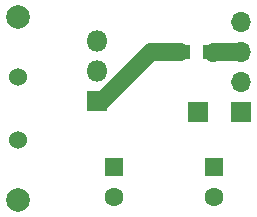
<source format=gbr>
G04 #@! TF.FileFunction,Copper,L2,Bot,Signal*
%FSLAX46Y46*%
G04 Gerber Fmt 4.6, Leading zero omitted, Abs format (unit mm)*
G04 Created by KiCad (PCBNEW 4.0.6) date 12/10/17 20:55:37*
%MOMM*%
%LPD*%
G01*
G04 APERTURE LIST*
%ADD10C,0.100000*%
%ADD11R,1.600000X1.600000*%
%ADD12C,1.600000*%
%ADD13C,2.000000*%
%ADD14C,1.524000*%
%ADD15R,1.700000X1.700000*%
%ADD16O,1.700000X1.700000*%
%ADD17R,1.800000X1.800000*%
%ADD18O,1.800000X1.800000*%
%ADD19R,1.500000X1.300000*%
%ADD20C,1.500000*%
G04 APERTURE END LIST*
D10*
D11*
X150241000Y-113665000D03*
D12*
X150241000Y-116165000D03*
D11*
X141732000Y-113665000D03*
D12*
X141732000Y-116165000D03*
D13*
X133604000Y-116459000D03*
D14*
X133604000Y-111379000D03*
D15*
X152527000Y-108966000D03*
D16*
X152527000Y-106426000D03*
X152527000Y-103886000D03*
X152527000Y-101346000D03*
D15*
X148844000Y-108966000D03*
D13*
X133604000Y-100965000D03*
D14*
X133604000Y-106045000D03*
D17*
X140335000Y-108077000D03*
D18*
X140335000Y-105537000D03*
X140335000Y-102997000D03*
D19*
X147367000Y-103886000D03*
X150067000Y-103886000D03*
D20*
X140335000Y-108077000D02*
X140716000Y-108077000D01*
X140716000Y-108077000D02*
X144907000Y-103886000D01*
X144907000Y-103886000D02*
X147320000Y-103886000D01*
X152527000Y-103886000D02*
X150241000Y-103886000D01*
X150241000Y-103886000D02*
X150114000Y-104013000D01*
M02*

</source>
